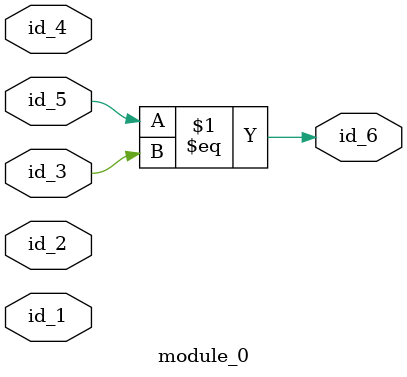
<source format=v>
`timescale 1ps / 1 ps
module module_0 (
    id_1,
    id_2,
    id_3,
    id_4,
    id_5,
    id_6
);
  output id_6;
  input id_5;
  input id_4;
  input id_3;
  inout id_2;
  input id_1;
  assign id_6 = id_5 == id_3;
endmodule

</source>
